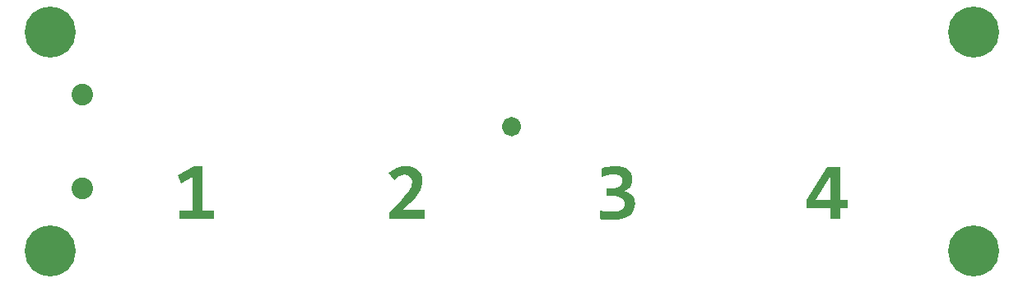
<source format=gbr>
%TF.GenerationSoftware,KiCad,Pcbnew,9.0.0-rc1-661-gd7f89c6576*%
%TF.CreationDate,2025-01-26T19:33:11-05:00*%
%TF.ProjectId,TS_Front_Endcap,54535f46-726f-46e7-945f-456e64636170,rev?*%
%TF.SameCoordinates,Original*%
%TF.FileFunction,Soldermask,Top*%
%TF.FilePolarity,Negative*%
%FSLAX46Y46*%
G04 Gerber Fmt 4.6, Leading zero omitted, Abs format (unit mm)*
G04 Created by KiCad (PCBNEW 9.0.0-rc1-661-gd7f89c6576) date 2025-01-26 19:33:11*
%MOMM*%
%LPD*%
G01*
G04 APERTURE LIST*
%ADD10C,1.000000*%
%ADD11C,5.250000*%
%ADD12C,2.220000*%
G04 APERTURE END LIST*
D10*
X146010000Y-103729993D02*
G75*
G02*
X145010000Y-103729993I-500000J0D01*
G01*
X145010000Y-103729993D02*
G75*
G02*
X146010000Y-103729993I500000J0D01*
G01*
G36*
X111351556Y-113227493D02*
G01*
X111351556Y-112336495D01*
X112716263Y-112336495D01*
X112716263Y-108891205D01*
X111527777Y-109546264D01*
X111199881Y-108725608D01*
X112900544Y-107834610D01*
X113740984Y-107834610D01*
X113740984Y-112336495D01*
X114917380Y-112336495D01*
X114917380Y-113227493D01*
X111351556Y-113227493D01*
G37*
G36*
X132907034Y-113227493D02*
G01*
X132907034Y-112497329D01*
X134173555Y-111226044D01*
X134745084Y-110612018D01*
X134943675Y-110357063D01*
X135077376Y-110151498D01*
X135177033Y-109949596D01*
X135230883Y-109777074D01*
X135267886Y-109420968D01*
X135255497Y-109272924D01*
X135218793Y-109133372D01*
X135157855Y-109005168D01*
X135075178Y-108897067D01*
X134970453Y-108808512D01*
X134837407Y-108738065D01*
X134687393Y-108694208D01*
X134509511Y-108678714D01*
X134204051Y-108714172D01*
X133923329Y-108819398D01*
X133663280Y-108981018D01*
X133411151Y-109194555D01*
X132882488Y-108507622D01*
X133252803Y-108213484D01*
X133667240Y-107984453D01*
X133963861Y-107875855D01*
X134277644Y-107810069D01*
X134612093Y-107787716D01*
X134994333Y-107813833D01*
X135325405Y-107888100D01*
X135625794Y-108014274D01*
X135872753Y-108184855D01*
X136073244Y-108403950D01*
X136225195Y-108676149D01*
X136317430Y-108985388D01*
X136350126Y-109355389D01*
X136328089Y-109667393D01*
X136264030Y-109951097D01*
X136159427Y-110221605D01*
X136013803Y-110489286D01*
X135834602Y-110746538D01*
X135610070Y-111013187D01*
X135063088Y-111565664D01*
X134284197Y-112313047D01*
X136542833Y-112313047D01*
X136542833Y-113227493D01*
X132907034Y-113227493D01*
G37*
G36*
X158208953Y-111603033D02*
G01*
X158170878Y-111986531D01*
X158061308Y-112318909D01*
X157876640Y-112610399D01*
X157608482Y-112860029D01*
X157275244Y-113052238D01*
X156839850Y-113202580D01*
X156355220Y-113289450D01*
X155749916Y-113321282D01*
X155456458Y-113314321D01*
X155151277Y-113295636D01*
X154855987Y-113267426D01*
X154598067Y-113227493D01*
X154598067Y-112359942D01*
X155178022Y-112444572D01*
X155848102Y-112477178D01*
X156176404Y-112461834D01*
X156434285Y-112420392D01*
X156665637Y-112347991D01*
X156839850Y-112255894D01*
X156980270Y-112133978D01*
X157075789Y-111989914D01*
X157132083Y-111823930D01*
X157151626Y-111632342D01*
X157131754Y-111463162D01*
X157073590Y-111313239D01*
X156977490Y-111183036D01*
X156835820Y-111069973D01*
X156661900Y-110983982D01*
X156428056Y-110914635D01*
X156168616Y-110874240D01*
X155840042Y-110859314D01*
X155245799Y-110859314D01*
X155245799Y-110085553D01*
X155790949Y-110085553D01*
X156096300Y-110068109D01*
X156321444Y-110022171D01*
X156517691Y-109944878D01*
X156657767Y-109852911D01*
X156765424Y-109736090D01*
X156835820Y-109601952D01*
X156875839Y-109453855D01*
X156889309Y-109297503D01*
X156863682Y-109089846D01*
X156792202Y-108928170D01*
X156676085Y-108801446D01*
X156524165Y-108713629D01*
X156310742Y-108654312D01*
X156016263Y-108631819D01*
X155698579Y-108647862D01*
X155385017Y-108695933D01*
X154741682Y-108866292D01*
X154741682Y-108022189D01*
X155094124Y-107915577D01*
X155430080Y-107843403D01*
X155770433Y-107800539D01*
X156126905Y-107787716D01*
X156554605Y-107812863D01*
X156903597Y-107882238D01*
X157217830Y-107999704D01*
X157465234Y-108150783D01*
X157665362Y-108345250D01*
X157807418Y-108575765D01*
X157892628Y-108836538D01*
X157922090Y-109133738D01*
X157894765Y-109452425D01*
X157818628Y-109711810D01*
X157698608Y-109923620D01*
X157533733Y-110105399D01*
X157327502Y-110259135D01*
X157073590Y-110385238D01*
X157323011Y-110442172D01*
X157540705Y-110526655D01*
X157736385Y-110642440D01*
X157899375Y-110784942D01*
X158031567Y-110954411D01*
X158129086Y-111148009D01*
X158188342Y-111360523D01*
X158208953Y-111603033D01*
G37*
G36*
X179305743Y-111257918D02*
G01*
X180117240Y-111257918D01*
X180117240Y-112148916D01*
X179305743Y-112148916D01*
X179305743Y-113227493D01*
X178330115Y-113227493D01*
X178330115Y-112148916D01*
X175838105Y-112148916D01*
X175838105Y-111282465D01*
X175853193Y-111257918D01*
X176817763Y-111257918D01*
X178342571Y-111257918D01*
X178342571Y-108849073D01*
X176817763Y-111257918D01*
X175853193Y-111257918D01*
X177928580Y-107881505D01*
X179305743Y-107881505D01*
X179305743Y-111257918D01*
G37*
D11*
%TO.C,H4*%
X193010000Y-116500033D03*
%TD*%
D12*
%TO.C,TP2*%
X101360000Y-100454993D03*
%TD*%
D11*
%TO.C,H2*%
X98010000Y-116500033D03*
%TD*%
%TO.C,H1*%
X98010000Y-94000033D03*
%TD*%
D12*
%TO.C,TP3*%
X101360000Y-110044993D03*
%TD*%
D11*
%TO.C,H3*%
X193010000Y-94000033D03*
%TD*%
M02*

</source>
